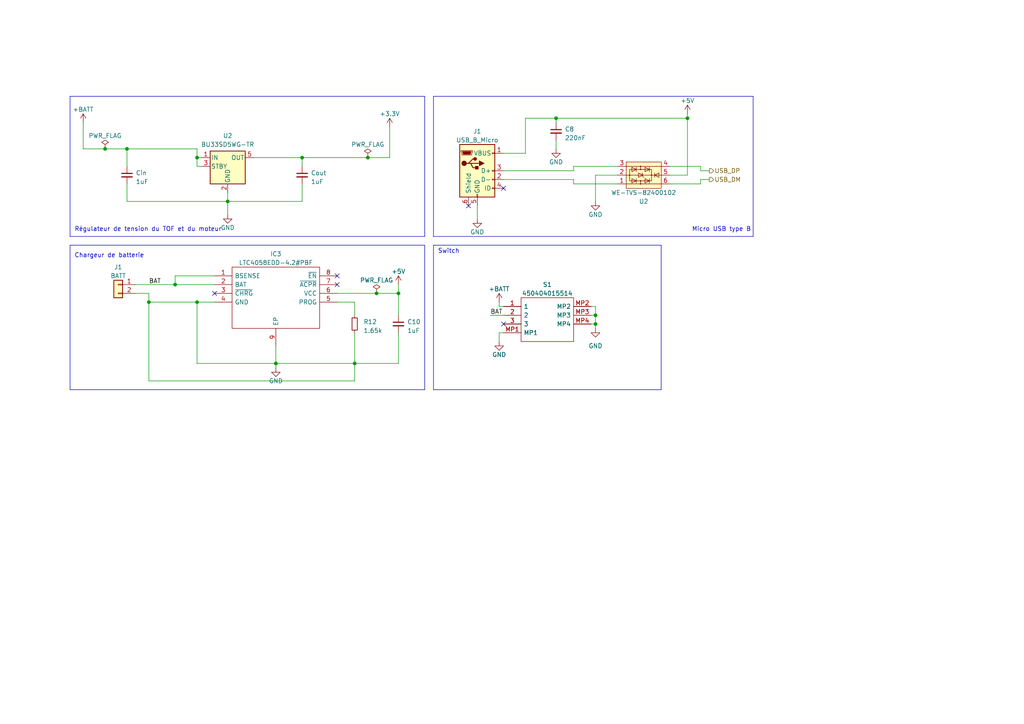
<source format=kicad_sch>
(kicad_sch (version 20230121) (generator eeschema)
  (paper "A4")
  (lib_symbols
    (symbol "450404015514:450404015514" (pin_names (offset 0.762))
      (property "Reference" "S" (at 21.59 7.62 0))
      (property "Value" "450404015514" (at 21.59 5.08 0))
      (symbol "450404015514_0_0"
        (pin passive line (at 0 0 0) (length 5.08) (name "1") (number "1"))
        (pin passive line (at 0 -2.54 0) (length 5.08) (name "2") (number "2"))
        (pin passive line (at 0 -5.08 0) (length 5.08) (name "3") (number "3"))
        (pin passive line (at 0 -7.62 0) (length 5.08) (name "MP1") (number "MP1"))
        (pin passive line (at 25.4 0 180) (length 5.08) (name "MP2") (number "MP2"))
        (pin passive line (at 25.4 -2.54 180) (length 5.08) (name "MP3") (number "MP3"))
        (pin passive line (at 25.4 -5.08 180) (length 5.08) (name "MP4") (number "MP4"))
      )
      (symbol "450404015514_0_1"
        (polyline (pts (xy 5.08 2.54) (xy 20.32 2.54) (xy 20.32 -10.16) (xy 5.08 -10.16) (xy 5.08 2.54)) (stroke (width 0.1524)))
      )
    )
    (symbol "Connector:USB_B_Micro" (pin_names (offset 1.016))
      (property "Reference" "J" (at -5.08 11.43 0))
      (property "Value" "USB_B_Micro" (at -5.08 8.89 0))
      (symbol "USB_B_Micro_0_1"
        (rectangle (start -5.08 -7.62) (end 5.08 7.62) (stroke (width 0.254)) (fill (type background)))
        (circle (center -3.81 2.159) (radius 0.635) (stroke (width 0.254)) (fill (type outline)))
        (circle (center -0.635 3.429) (radius 0.381) (stroke (width 0.254)) (fill (type outline)))
        (rectangle (start -0.127 -7.62) (end 0.127 -6.858))
        (polyline (pts (xy -1.905 2.159) (xy 0.635 2.159)) (stroke (width 0.254)))
        (polyline (pts (xy -3.175 2.159) (xy -2.54 2.159) (xy -1.27 3.429) (xy -0.635 3.429)) (stroke (width 0.254)))
        (polyline (pts (xy -2.54 2.159) (xy -1.905 2.159) (xy -1.27 0.889) (xy 0 0.889)) (stroke (width 0.254)))
        (polyline (pts (xy 0.635 2.794) (xy 0.635 1.524) (xy 1.905 2.159) (xy 0.635 2.794)) (stroke (width 0.254)) (fill (type outline)))
        (polyline (pts (xy -4.318 5.588) (xy -1.778 5.588) (xy -2.032 4.826) (xy -4.064 4.826) (xy -4.318 5.588)) (fill (type outline)))
        (polyline (pts (xy -4.699 5.842) (xy -4.699 5.588) (xy -4.445 4.826) (xy -4.445 4.572) (xy -1.651 4.572) (xy -1.651 4.826) (xy -1.397 5.588) (xy -1.397 5.842) (xy -4.699 5.842)))
        (rectangle (start 0.254 1.27) (end -0.508 0.508) (stroke (width 0.254)) (fill (type outline)))
        (rectangle (start 5.08 -5.207) (end 4.318 -4.953))
        (rectangle (start 5.08 -2.667) (end 4.318 -2.413))
        (rectangle (start 5.08 -0.127) (end 4.318 0.127))
        (rectangle (start 5.08 4.953) (end 4.318 5.207))
      )
      (symbol "USB_B_Micro_1_1"
        (pin power_out line (at 7.62 5.08 180) (length 2.54) (name "VBUS") (number "1"))
        (pin bidirectional line (at 7.62 -2.54 180) (length 2.54) (name "D-") (number "2"))
        (pin bidirectional line (at 7.62 0 180) (length 2.54) (name "D+") (number "3"))
        (pin passive line (at 7.62 -5.08 180) (length 2.54) (name "ID") (number "4"))
        (pin power_out line (at 0 -10.16 90) (length 2.54) (name "GND") (number "5"))
        (pin passive line (at -2.54 -10.16 90) (length 2.54) (name "Shield") (number "6"))
      )
    )
    (symbol "Connector_Generic:Conn_01x02" (pin_names (offset 1.016) hide)
      (property "Reference" "J" (at 0 2.54 0))
      (property "Value" "Conn_01x02" (at 0 -5.08 0))
      (symbol "Conn_01x02_1_1"
        (rectangle (start -1.27 -2.413) (end 0 -2.667) (stroke (width 0.1524)))
        (rectangle (start -1.27 0.127) (end 0 -0.127) (stroke (width 0.1524)))
        (rectangle (start -1.27 1.27) (end 1.27 -3.81) (stroke (width 0.254)) (fill (type background)))
        (pin passive line (at -5.08 0 0) (length 3.81) (name "Pin_1") (number "1"))
        (pin passive line (at -5.08 -2.54 0) (length 3.81) (name "Pin_2") (number "2"))
      )
    )
    (symbol "Device:C_Small" (pin_numbers hide) (pin_names (offset 0.254) hide)
      (property "Reference" "C" (at 0.254 1.778 0))
      (property "Value" "C_Small" (at 0.254 -2.032 0))
      (symbol "C_Small_0_1"
        (polyline (pts (xy -1.524 -0.508) (xy 1.524 -0.508)) (stroke (width 0.3302)))
        (polyline (pts (xy -1.524 0.508) (xy 1.524 0.508)) (stroke (width 0.3048)))
      )
      (symbol "C_Small_1_1"
        (pin passive line (at 0 2.54 270) (length 2.032) (name "~") (number "1"))
        (pin passive line (at 0 -2.54 90) (length 2.032) (name "~") (number "2"))
      )
    )
    (symbol "Device:R_Small" (pin_numbers hide) (pin_names (offset 0.254) hide)
      (property "Reference" "R" (at 0.762 0.508 0))
      (property "Value" "R_Small" (at 0.762 -1.016 0))
      (symbol "R_Small_0_1"
        (rectangle (start -0.762 1.778) (end 0.762 -1.778) (stroke (width 0.2032)))
      )
      (symbol "R_Small_1_1"
        (pin passive line (at 0 2.54 270) (length 0.762) (name "~") (number "1"))
        (pin passive line (at 0 -2.54 90) (length 0.762) (name "~") (number "2"))
      )
    )
    (symbol "LTC4058EDD-4.2#PBF:LTC4058EDD-4.2#PBF" (pin_names (offset 0.762))
      (property "Reference" "IC" (at 31.75 7.62 0))
      (property "Value" "LTC4058EDD-4.2#PBF" (at 31.75 5.08 0))
      (symbol "LTC4058EDD-4.2#PBF_0_0"
        (pin passive line (at 0 0 0) (length 5.08) (name "BSENSE") (number "1"))
        (pin passive line (at 0 -2.54 0) (length 5.08) (name "BAT") (number "2"))
        (pin passive line (at 0 -5.08 0) (length 5.08) (name "~{CHRG}") (number "3"))
        (pin passive line (at 0 -7.62 0) (length 5.08) (name "GND") (number "4"))
        (pin passive line (at 35.56 -7.62 180) (length 5.08) (name "PROG") (number "5"))
        (pin passive line (at 35.56 -5.08 180) (length 5.08) (name "VCC") (number "6"))
        (pin passive line (at 35.56 -2.54 180) (length 5.08) (name "~{ACPR}") (number "7"))
        (pin passive line (at 35.56 0 180) (length 5.08) (name "~{EN}") (number "8"))
        (pin passive line (at 17.78 -20.32 90) (length 5.08) (name "EP") (number "9"))
      )
      (symbol "LTC4058EDD-4.2#PBF_0_1"
        (polyline (pts (xy 5.08 2.54) (xy 30.48 2.54) (xy 30.48 -15.24) (xy 5.08 -15.24) (xy 5.08 2.54)) (stroke (width 0.1524)))
      )
    )
    (symbol "Power_Protection:WE-TVS-82400102"
      (property "Reference" "U" (at 0 7.62 0))
      (property "Value" "WE-TVS-82400102" (at 0 5.08 0))
      (symbol "WE-TVS-82400102_0_1"
        (rectangle (start -5.08 3.81) (end 5.08 -3.81) (fill (type background)))
        (circle (center -4.064 0) (radius 0.127))
        (rectangle (start -4.064 1.651) (end 2.286 -1.651))
        (circle (center -0.889 -2.54) (radius 0.127))
        (circle (center -0.889 -1.651) (radius 0.127))
        (circle (center -0.889 1.651) (radius 0.127))
        (circle (center -0.889 2.54) (radius 0.127))
        (polyline (pts (xy -5.08 -2.54) (xy 5.08 -2.54)))
        (polyline (pts (xy -5.08 2.54) (xy 5.08 2.54)))
        (polyline (pts (xy -4.064 0) (xy -5.08 0)))
        (polyline (pts (xy -4.064 0) (xy 2.286 0)) (fill (type outline)))
        (polyline (pts (xy -2.159 -1.016) (xy -2.159 -2.286)))
        (polyline (pts (xy -2.159 2.286) (xy -2.159 1.016)))
        (polyline (pts (xy -0.889 -1.651) (xy -0.889 -2.413)))
        (polyline (pts (xy -0.889 1.651) (xy -0.889 2.54)))
        (polyline (pts (xy -0.508 -0.635) (xy -0.508 -0.635)))
        (polyline (pts (xy 1.651 -1.016) (xy 1.651 -2.286)))
        (polyline (pts (xy 1.651 2.286) (xy 1.651 1.016)))
        (polyline (pts (xy 2.286 0) (xy 5.08 0)))
        (polyline (pts (xy -3.429 -1.016) (xy -3.429 -2.286) (xy -2.159 -1.651) (xy -3.429 -1.016)))
        (polyline (pts (xy -3.429 1.016) (xy -3.429 2.286) (xy -2.159 1.651) (xy -3.429 1.016)))
        (polyline (pts (xy 0 0.635) (xy -0.254 0.381) (xy -0.254 -0.381) (xy -0.508 -0.635)))
        (polyline (pts (xy 0.381 -1.016) (xy 0.381 -2.286) (xy 1.651 -1.651) (xy 0.381 -1.016)))
        (polyline (pts (xy 0.381 1.016) (xy 0.381 2.286) (xy 1.651 1.651) (xy 0.381 1.016)))
        (circle (center 2.286 0) (radius 0.127))
      )
      (symbol "WE-TVS-82400102_1_1"
        (polyline (pts (xy 3.175 0.635) (xy 3.175 -0.635)))
        (polyline (pts (xy -1.524 0.635) (xy -1.524 -0.635) (xy -0.254 0) (xy -1.524 0.635)))
        (polyline (pts (xy 4.445 0.635) (xy 4.445 -0.635) (xy 3.175 0) (xy 4.445 0.635)))
        (pin passive line (at -7.62 2.54 0) (length 2.54) (name "~") (number "1"))
        (pin passive line (at -7.62 0 0) (length 2.54) (name "~") (number "2"))
        (pin passive line (at -7.62 -2.54 0) (length 2.54) (name "~") (number "3"))
        (pin passive line (at 7.62 -2.54 180) (length 2.54) (name "~") (number "4"))
        (pin passive line (at 7.62 0 180) (length 2.54) (name "~") (number "5"))
        (pin passive line (at 7.62 2.54 180) (length 2.54) (name "~") (number "6"))
      )
    )
    (symbol "WITNS_ROHM:BU33SD5WG-TR" (pin_names (offset 0.254))
      (property "Reference" "U?" (at 0 10.16 0))
      (property "Value" "BU33SD5WG-TR" (at 0 7.62 0))
      (symbol "BU33SD5WG-TR_0_1"
        (rectangle (start -5.08 4.445) (end 5.08 -5.08) (stroke (width 0.254)) (fill (type background)))
      )
      (symbol "BU33SD5WG-TR_1_1"
        (pin power_in line (at -7.62 2.54 0) (length 2.54) (name "IN") (number "1"))
        (pin power_in line (at 0 -7.62 90) (length 2.54) (name "GND") (number "2"))
        (pin input line (at -7.62 0 0) (length 2.54) (name "STBY") (number "3"))
        (pin no_connect line (at 5.08 0 180) (length 2.54) hide (name "NC") (number "4"))
        (pin power_out line (at 7.62 2.54 180) (length 2.54) (name "OUT") (number "5"))
      )
    )
    (symbol "power:+3.3V" (power) (pin_names (offset 0))
      (property "Value" "+3.3V" (at 0 3.556 0))
      (symbol "+3.3V_0_1"
        (polyline (pts (xy -0.762 1.27) (xy 0 2.54)))
        (polyline (pts (xy 0 0) (xy 0 2.54)))
        (polyline (pts (xy 0 2.54) (xy 0.762 1.27)))
      )
      (symbol "+3.3V_1_1"
        (pin power_in line (at 0 0 90) (length 0) hide (name "+3.3V") (number "1"))
      )
    )
    (symbol "power:+5V" (power) (pin_names (offset 0))
      (property "Value" "+5V" (at 0 3.556 0))
      (symbol "+5V_0_1"
        (polyline (pts (xy -0.762 1.27) (xy 0 2.54)))
        (polyline (pts (xy 0 0) (xy 0 2.54)))
        (polyline (pts (xy 0 2.54) (xy 0.762 1.27)))
      )
      (symbol "+5V_1_1"
        (pin power_in line (at 0 0 90) (length 0) hide (name "+5V") (number "1"))
      )
    )
    (symbol "power:+BATT" (power) (pin_names (offset 0))
      (property "Value" "+BATT" (at 0 3.556 0))
      (symbol "+BATT_0_1"
        (polyline (pts (xy -0.762 1.27) (xy 0 2.54)))
        (polyline (pts (xy 0 0) (xy 0 2.54)))
        (polyline (pts (xy 0 2.54) (xy 0.762 1.27)))
      )
      (symbol "+BATT_1_1"
        (pin power_in line (at 0 0 90) (length 0) hide (name "+BATT") (number "1"))
      )
    )
    (symbol "power:GND" (power) (pin_names (offset 0))
      (property "Value" "GND" (at 0 -3.81 0))
      (symbol "GND_0_1"
        (polyline (pts (xy 0 0) (xy 0 -1.27) (xy 1.27 -1.27) (xy 0 -2.54) (xy -1.27 -1.27) (xy 0 -1.27)))
      )
      (symbol "GND_1_1"
        (pin power_in line (at 0 0 270) (length 0) hide (name "GND") (number "1"))
      )
    )
    (symbol "power:PWR_FLAG" (power) (pin_numbers hide) (pin_names (offset 0) hide)
      (property "Value" "PWR_FLAG" (at 0 3.81 0))
      (symbol "PWR_FLAG_0_0"
        (pin power_out line (at 0 0 90) (length 0) (name "pwr") (number "1"))
      )
      (symbol "PWR_FLAG_0_1"
        (polyline (pts (xy 0 0) (xy 0 1.27) (xy -1.016 1.905) (xy 0 2.54) (xy 1.016 1.905) (xy 0 1.27)))
      )
    )
  )
  (junction (at 161.29 34.29))
  (junction (at 199.39 34.29))
  (junction (at 57.15 87.63))
  (junction (at 30.48 43.18))
  (junction (at 36.83 43.18))
  (junction (at 109.22 85.09))
  (junction (at 106.68 45.72))
  (junction (at 87.63 45.72))
  (junction (at 66.04 58.42))
  (junction (at 50.8 82.55))
  (junction (at 102.87 105.41))
  (junction (at 172.72 91.44))
  (junction (at 115.57 85.09))
  (junction (at 80.01 105.41))
  (junction (at 43.18 87.63))
  (junction (at 172.72 93.98))
  (junction (at 57.15 45.72))
  (no_connect (at 135.89 59.69))
  (no_connect (at 146.05 93.98))
  (no_connect (at 146.05 54.61))
  (no_connect (at 62.23 85.09))
  (no_connect (at 97.79 80.01))
  (no_connect (at 97.79 82.55))
  (polyline (pts (xy 191.77 113.03) (xy 125.73 113.03)))
  (wire (pts (xy 50.8 80.01) (xy 50.8 82.55)))
  (polyline (pts (xy 191.77 71.12) (xy 191.77 113.03)))
  (wire (pts (xy 113.03 36.83) (xy 113.03 45.72)))
  (wire (pts (xy 171.45 91.44) (xy 172.72 91.44)))
  (wire (pts (xy 115.57 91.44) (xy 115.57 85.09)))
  (wire (pts (xy 152.4 34.29) (xy 161.29 34.29)))
  (wire (pts (xy 66.04 58.42) (xy 66.04 62.23)))
  (wire (pts (xy 166.37 53.34) (xy 179.07 53.34)))
  (polyline (pts (xy 123.19 27.94) (xy 123.19 68.58)))
  (wire (pts (xy 166.37 48.26) (xy 179.07 48.26)))
  (polyline (pts (xy 20.32 71.12) (xy 20.32 113.03)))
  (wire (pts (xy 194.31 53.34) (xy 203.2 53.34)))
  (wire (pts (xy 106.68 45.72) (xy 113.03 45.72)))
  (wire (pts (xy 199.39 33.02) (xy 199.39 34.29)))
  (wire (pts (xy 115.57 85.09) (xy 109.22 85.09)))
  (wire (pts (xy 57.15 87.63) (xy 62.23 87.63)))
  (polyline (pts (xy 20.32 27.94) (xy 20.32 68.58)))
  (wire (pts (xy 50.8 82.55) (xy 62.23 82.55)))
  (wire (pts (xy 199.39 34.29) (xy 199.39 50.8)))
  (wire (pts (xy 109.22 85.09) (xy 97.79 85.09)))
  (wire (pts (xy 39.37 85.09) (xy 43.18 85.09)))
  (wire (pts (xy 161.29 40.64) (xy 161.29 43.18)))
  (wire (pts (xy 57.15 45.72) (xy 57.15 43.18)))
  (wire (pts (xy 203.2 49.53) (xy 205.74 49.53)))
  (wire (pts (xy 144.78 96.52) (xy 144.78 99.06)))
  (wire (pts (xy 194.31 48.26) (xy 203.2 48.26)))
  (wire (pts (xy 66.04 55.88) (xy 66.04 58.42)))
  (wire (pts (xy 62.23 80.01) (xy 50.8 80.01)))
  (wire (pts (xy 199.39 50.8) (xy 194.31 50.8)))
  (polyline (pts (xy 125.73 27.94) (xy 218.44 27.94)))
  (polyline (pts (xy 123.19 113.03) (xy 123.19 71.12)))
  (wire (pts (xy 161.29 34.29) (xy 161.29 35.56)))
  (wire (pts (xy 102.87 87.63) (xy 102.87 91.44)))
  (polyline (pts (xy 123.19 71.12) (xy 20.32 71.12)))
  (polyline (pts (xy 125.73 71.12) (xy 125.73 113.03)))
  (wire (pts (xy 161.29 34.29) (xy 199.39 34.29)))
  (wire (pts (xy 87.63 45.72) (xy 106.68 45.72)))
  (polyline (pts (xy 20.32 113.03) (xy 123.19 113.03)))
  (wire (pts (xy 146.05 44.45) (xy 152.4 44.45)))
  (wire (pts (xy 146.05 49.53) (xy 166.37 49.53)))
  (wire (pts (xy 80.01 105.41) (xy 80.01 106.68)))
  (wire (pts (xy 203.2 48.26) (xy 203.2 49.53)))
  (polyline (pts (xy 123.19 68.58) (xy 20.32 68.58)))
  (wire (pts (xy 73.66 45.72) (xy 87.63 45.72)))
  (wire (pts (xy 36.83 43.18) (xy 57.15 43.18)))
  (wire (pts (xy 97.79 87.63) (xy 102.87 87.63)))
  (wire (pts (xy 172.72 95.25) (xy 172.72 93.98)))
  (wire (pts (xy 58.42 48.26) (xy 57.15 48.26)))
  (wire (pts (xy 166.37 52.07) (xy 166.37 53.34)))
  (wire (pts (xy 36.83 53.34) (xy 36.83 58.42)))
  (wire (pts (xy 172.72 91.44) (xy 172.72 88.9)))
  (wire (pts (xy 172.72 50.8) (xy 172.72 58.42)))
  (wire (pts (xy 115.57 82.55) (xy 115.57 85.09)))
  (wire (pts (xy 43.18 110.49) (xy 102.87 110.49)))
  (wire (pts (xy 115.57 105.41) (xy 102.87 105.41)))
  (wire (pts (xy 172.72 93.98) (xy 172.72 91.44)))
  (wire (pts (xy 152.4 44.45) (xy 152.4 34.29)))
  (wire (pts (xy 171.45 93.98) (xy 172.72 93.98)))
  (wire (pts (xy 179.07 50.8) (xy 172.72 50.8)))
  (wire (pts (xy 24.13 35.56) (xy 24.13 43.18)))
  (wire (pts (xy 102.87 105.41) (xy 80.01 105.41)))
  (polyline (pts (xy 20.32 27.94) (xy 123.19 27.94)))
  (wire (pts (xy 43.18 85.09) (xy 43.18 87.63)))
  (wire (pts (xy 146.05 52.07) (xy 166.37 52.07)))
  (polyline (pts (xy 125.73 71.12) (xy 191.77 71.12)))
  (wire (pts (xy 172.72 88.9) (xy 171.45 88.9)))
  (wire (pts (xy 203.2 53.34) (xy 203.2 52.07)))
  (wire (pts (xy 39.37 82.55) (xy 50.8 82.55)))
  (wire (pts (xy 57.15 105.41) (xy 57.15 87.63)))
  (polyline (pts (xy 218.44 27.94) (xy 218.44 68.58)))
  (wire (pts (xy 80.01 105.41) (xy 57.15 105.41)))
  (wire (pts (xy 43.18 87.63) (xy 57.15 87.63)))
  (wire (pts (xy 57.15 45.72) (xy 58.42 45.72)))
  (wire (pts (xy 36.83 48.26) (xy 36.83 43.18)))
  (wire (pts (xy 43.18 87.63) (xy 43.18 110.49)))
  (wire (pts (xy 36.83 58.42) (xy 66.04 58.42)))
  (wire (pts (xy 115.57 96.52) (xy 115.57 105.41)))
  (wire (pts (xy 30.48 43.18) (xy 36.83 43.18)))
  (wire (pts (xy 138.43 59.69) (xy 138.43 63.5)))
  (polyline (pts (xy 218.44 68.58) (xy 125.73 68.58)))
  (wire (pts (xy 87.63 53.34) (xy 87.63 58.42)))
  (wire (pts (xy 102.87 96.52) (xy 102.87 105.41)))
  (wire (pts (xy 66.04 58.42) (xy 87.63 58.42)))
  (wire (pts (xy 57.15 48.26) (xy 57.15 45.72)))
  (wire (pts (xy 203.2 52.07) (xy 205.74 52.07)))
  (wire (pts (xy 166.37 49.53) (xy 166.37 48.26)))
  (wire (pts (xy 24.13 43.18) (xy 30.48 43.18)))
  (wire (pts (xy 102.87 105.41) (xy 102.87 110.49)))
  (wire (pts (xy 80.01 100.33) (xy 80.01 105.41)))
  (polyline (pts (xy 125.73 27.94) (xy 125.73 68.58)))
  (wire (pts (xy 87.63 45.72) (xy 87.63 48.26)))
  (wire (pts (xy 144.78 96.52) (xy 146.05 96.52)))
  (wire (pts (xy 142.24 91.44) (xy 146.05 91.44)))
  (wire (pts (xy 144.78 87.63) (xy 144.78 88.9)))
  (wire (pts (xy 144.78 88.9) (xy 146.05 88.9)))
  (text "Chargeur de batterie\n" (at 21.59 74.93 0) (effects (font (size 1.27 1.27)) (justify left bottom)))
  (text "Micro USB type B" (at 200.66 67.31 0) (effects (font (size 1.27 1.27)) (justify left bottom)))
  (text "Régulateur de tension du TOF et du moteur\n" (at 21.59 67.31 0) (effects (font (size 1.27 1.27)) (justify left bottom)))
  (text "Switch\n" (at 127 73.66 0) (effects (font (size 1.27 1.27)) (justify left bottom)))
  (label "BAT" (at 142.24 91.44 0))
  (label "BAT" (at 43.18 82.55 0))
  (hierarchical_label "USB_DM" (shape output) (at 205.74 52.07 0))
  (hierarchical_label "USB_DP" (shape output) (at 205.74 49.53 0))
  (symbol (lib_id "Connector:USB_B_Micro") (at 138.43 49.53 0) (unit 1)
    (property "Reference" "J1" (at 138.43 38.1 0))
    (property "Value" "USB_B_Micro" (at 138.43 40.64 0))
    (instances (project "Projet_Controler" (path "" (reference "J1") (unit 1)) (path "" (reference "J2") (unit 1))))
  )
  (symbol (lib_id "power:GND") (at 66.04 62.23 0) (unit 1)
    (property "Reference" "#PWR02" (effects hide))
    (property "Value" "GND" (at 66.04 66.04 0))
  )
  (symbol (lib_id "LTC4058EDD-4.2#PBF:LTC4058EDD-4.2#PBF") (at 62.23 80.01 0) (unit 1)
    (property "Reference" "IC3" (at 80.01 73.66 0))
    (property "Value" "LTC4058EDD-4.2#PBF" (at 80.01 76.2 0))
    (property "Footprint" "Package_DFN_QFN:DFN-8-1EP_3x3mm_P0.5mm_EP1.65x2.38mm_ThermalVias" (effects hide))
    (property "Datasheet" "https://www.analog.com/media/en/technical-documentation/data-sheets/405842fs.pdf" (effects hide))
    (property "Description" "IC CHARGER BATTERY LI-ION 8-DFN" (effects hide))
    (property "Height" "0.85" (effects hide))
    (property "Manufacturer_Name" "Analog Devices" (effects hide))
    (property "Manufacturer_Part_Number" "LTC4058EDD-4.2#PBF" (effects hide))
    (property "Mouser Part Number" "584-C4058EDD-4.2PBF" (effects hide))
    (property "Mouser Price/Stock" "https://www.mouser.com/Search/Refine.aspx?Keyword=584-C4058EDD-4.2PBF" (effects hide))
  )
  (symbol (lib_id "power:GND") (at 138.43 63.5 0) (unit 1)
    (property "Reference" "#PWR010" (effects hide))
    (property "Value" "GND" (at 138.43 67.31 0))
  )
  (symbol (lib_id "Device:R_Small") (at 102.87 93.98 0) (unit 1)
    (property "Reference" "R12" (at 105.41 93.345 0) (effects (justify left)))
    (property "Value" "1.65k" (at 105.41 95.885 0) (effects (justify left)))
    (instances (project "Projet_Controler" (path "" (reference "R12") (unit 1)) (path "" (reference "R6") (unit 1))))
  )
  (symbol (lib_id "power:PWR_FLAG") (at 106.68 45.72 0) (unit 1)
    (property "Reference" "#FLG02" (effects hide))
    (property "Value" "PWR_FLAG" (at 106.68 41.91 0))
  )
  (symbol (lib_id "power:GND") (at 80.01 106.68 0) (unit 1)
    (property "Reference" "#PWR09" (effects hide))
    (property "Value" "GND" (at 80.01 110.49 0))
  )
  (symbol (lib_id "power:+BATT") (at 24.13 35.56 0) (unit 1)
    (property "Reference" "#PWR04" (effects hide))
    (property "Value" "+BATT" (at 24.13 31.75 0))
  )
  (symbol (lib_id "WITNS_ROHM:BU33SD5WG-TR") (at 66.04 48.26 0) (unit 1)
    (property "Reference" "U2" (at 66.04 39.37 0))
    (property "Value" "BU33SD5WG-TR" (at 66.04 41.91 0))
    (property "Footprint" "Package_TO_SOT_SMD:SOT-23-5" (effects hide))
    (property "Datasheet" "https://fscdn.rohm.com/en/products/databook/datasheet/ic/power/linear_regulator/buxxsd5wg-e.pdf" (effects hide))
  )
  (symbol (lib_id "450404015514:450404015514") (at 146.05 88.9 0) (unit 1)
    (property "Reference" "S1" (at 158.75 82.55 0))
    (property "Value" "450404015514" (at 158.75 85.09 0))
    (property "Footprint" "pcb:450404015514" (effects hide))
    (property "Datasheet" "https://katalog.we-online.de/em/datasheet/450404015514.pdf" (effects hide))
    (property "Description" "Slide Switch SPDT Surface Mount" (effects hide))
    (property "Height" "1.4" (effects hide))
    (property "Manufacturer_Name" "Wurth Elektronik" (effects hide))
    (property "Manufacturer_Part_Number" "450404015514" (effects hide))
    (property "Mouser Part Number" "710-450404015514" (effects hide))
    (property "Mouser Price/Stock" "https://www.mouser.co.uk/ProductDetail/Wurth-Elektronik/450404015514?qs=sPbYRqrBIVk21%2FxsES2IZA%3D%3D" (effects hide))
  )
  (symbol (lib_id "Device:C_Small") (at 161.29 38.1 0) (unit 1)
    (property "Reference" "C8" (at 163.83 37.4713 0) (effects (justify left)))
    (property "Value" "220nF" (at 163.83 40.0113 0) (effects (justify left)))
    (instances (project "Projet_Controler" (path "" (reference "C8") (unit 1)) (path "" (reference "C5") (unit 1))))
  )
  (symbol (lib_id "power:PWR_FLAG") (at 30.48 43.18 0) (unit 1)
    (property "Reference" "#FLG01" (effects hide))
    (property "Value" "PWR_FLAG" (at 30.48 39.37 0))
  )
  (symbol (lib_id "power:+5V") (at 115.57 82.55 0) (unit 1)
    (property "Reference" "#PWR07" (effects hide))
    (property "Value" "+5V" (at 115.57 78.74 0))
  )
  (symbol (lib_id "Device:C_Small") (at 36.83 50.8 0) (unit 1)
    (property "Reference" "Cin" (at 39.37 50.1713 0) (effects (justify left)))
    (property "Value" "1uF" (at 39.37 52.7113 0) (effects (justify left)))
    (instances (project "Projet_Controler" (path "" (reference "Cin") (unit 1)) (path "" (reference "Cin1") (unit 1))))
  )
  (symbol (lib_id "power:+3.3V") (at 113.03 36.83 0) (unit 1)
    (property "Reference" "#PWR05" (effects hide))
    (property "Value" "+3.3V" (at 113.03 33.02 0))
  )
  (symbol (lib_id "Power_Protection:WE-TVS-82400102") (at 186.69 50.8 0) (mirror x) (unit 1)
    (property "Reference" "U2" (at 186.69 58.42 0))
    (property "Value" "WE-TVS-82400102" (at 186.69 55.88 0))
    (property "Footprint" "Package_TO_SOT_SMD:SOT-23-6" (effects hide))
    (property "Datasheet" "https://katalog.we-online.de/pbs/datasheet/82400102.pdf" (effects hide))
    (instances (project "Projet_Controler" (path "" (reference "U2") (unit 1)) (path "" (reference "U1") (unit 1))))
  )
  (symbol (lib_id "power:+BATT") (at 144.78 87.63 0) (unit 1)
    (property "Reference" "#PWR08" (effects hide))
    (property "Value" "+BATT" (at 144.78 83.82 0))
  )
  (symbol (lib_id "power:GND") (at 172.72 95.25 0) (unit 1)
    (property "Reference" "#PWR014" (effects hide))
    (property "Value" "GND" (at 172.72 100.33 0))
  )
  (symbol (lib_id "power:PWR_FLAG") (at 109.22 85.09 0) (unit 1)
    (property "Reference" "#FLG03" (effects hide))
    (property "Value" "PWR_FLAG" (at 109.22 81.28 0))
  )
  (symbol (lib_id "Connector_Generic:Conn_01x02") (at 34.29 82.55 0) (mirror y) (unit 1)
    (property "Reference" "J1" (at 34.29 77.47 0))
    (property "Value" "BATT" (at 34.29 80.01 0))
  )
  (symbol (lib_id "power:+5V") (at 199.39 33.02 0) (unit 1)
    (property "Reference" "#PWR06" (effects hide))
    (property "Value" "+5V" (at 199.39 29.21 0))
  )
  (symbol (lib_id "Device:C_Small") (at 115.57 93.98 0) (unit 1)
    (property "Reference" "C10" (at 118.11 93.3513 0) (effects (justify left)))
    (property "Value" "1uF" (at 118.11 95.8913 0) (effects (justify left)))
    (instances (project "Projet_Controler" (path "" (reference "C10") (unit 1)) (path "" (reference "C4") (unit 1))))
  )
  (symbol (lib_id "power:GND") (at 161.29 43.18 0) (unit 1)
    (property "Reference" "#PWR011" (effects hide))
    (property "Value" "GND" (at 161.29 46.99 0))
  )
  (symbol (lib_id "power:GND") (at 172.72 58.42 0) (unit 1)
    (property "Reference" "#PWR012" (effects hide))
    (property "Value" "GND" (at 172.72 62.23 0))
  )
  (symbol (lib_id "power:GND") (at 144.78 99.06 0) (unit 1)
    (property "Reference" "#PWR015" (effects hide))
    (property "Value" "GND" (at 144.78 102.87 0))
  )
  (symbol (lib_id "Device:C_Small") (at 87.63 50.8 0) (unit 1)
    (property "Reference" "Cout" (at 90.17 50.1713 0) (effects (justify left)))
    (property "Value" "1uF" (at 90.17 52.7113 0) (effects (justify left)))
    (instances (project "Projet_Controler" (path "" (reference "Cout") (unit 1)) (path "" (reference "Cout1") (unit 1))))
  )
)
</source>
